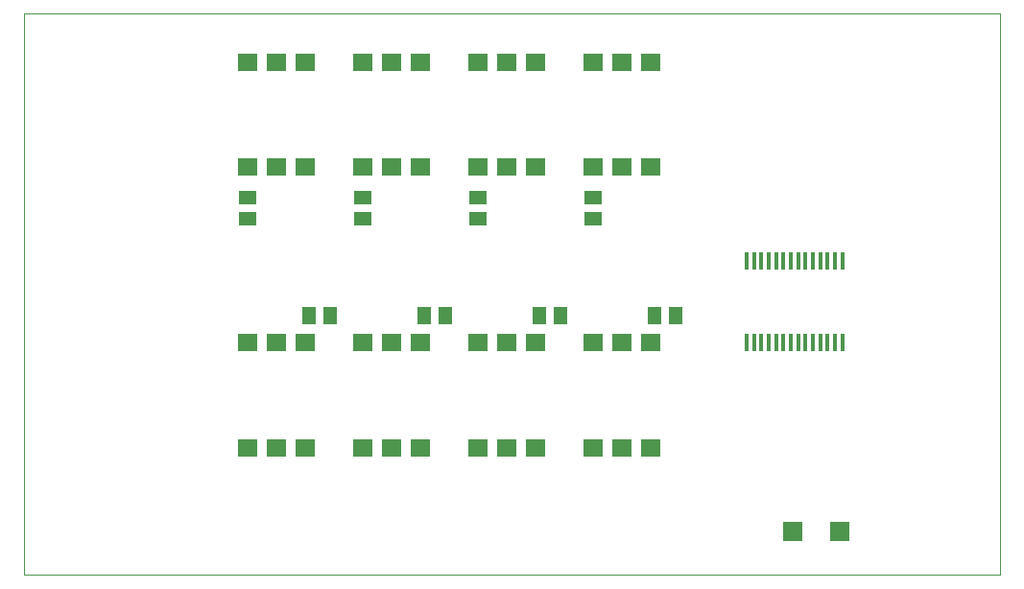
<source format=gtp>
G75*
%MOIN*%
%OFA0B0*%
%FSLAX25Y25*%
%IPPOS*%
%LPD*%
%AMOC8*
5,1,8,0,0,1.08239X$1,22.5*
%
%ADD10C,0.00000*%
%ADD11R,0.07087X0.06693*%
%ADD12R,0.01575X0.05906*%
%ADD13R,0.07008X0.05984*%
%ADD14R,0.05906X0.05118*%
%ADD15R,0.05118X0.05906*%
D10*
X0001000Y0001000D02*
X0001000Y0195961D01*
X0339701Y0195961D01*
X0339701Y0001000D01*
X0001000Y0001000D01*
D11*
X0267929Y0016000D03*
X0284071Y0016000D03*
D12*
X0285134Y0081728D03*
X0282575Y0081728D03*
X0280016Y0081728D03*
X0277457Y0081728D03*
X0274898Y0081728D03*
X0272339Y0081728D03*
X0269780Y0081728D03*
X0267220Y0081728D03*
X0264661Y0081728D03*
X0262102Y0081728D03*
X0259543Y0081728D03*
X0256984Y0081728D03*
X0254425Y0081728D03*
X0251866Y0081728D03*
X0251866Y0110272D03*
X0254425Y0110272D03*
X0256984Y0110272D03*
X0259543Y0110272D03*
X0262102Y0110272D03*
X0264661Y0110272D03*
X0267220Y0110272D03*
X0269780Y0110272D03*
X0272339Y0110272D03*
X0274898Y0110272D03*
X0277457Y0110272D03*
X0280016Y0110272D03*
X0282575Y0110272D03*
X0285134Y0110272D03*
D13*
X0218500Y0081787D03*
X0208500Y0081787D03*
X0198500Y0081787D03*
X0178500Y0081787D03*
X0168500Y0081787D03*
X0158500Y0081787D03*
X0138500Y0081787D03*
X0128500Y0081787D03*
X0118500Y0081787D03*
X0098500Y0081787D03*
X0088500Y0081787D03*
X0078500Y0081787D03*
X0078500Y0045213D03*
X0088500Y0045213D03*
X0098500Y0045213D03*
X0118500Y0045213D03*
X0128500Y0045213D03*
X0138500Y0045213D03*
X0158500Y0045213D03*
X0168500Y0045213D03*
X0178500Y0045213D03*
X0198500Y0045213D03*
X0208500Y0045213D03*
X0218500Y0045213D03*
X0218500Y0142713D03*
X0208500Y0142713D03*
X0198500Y0142713D03*
X0178500Y0142713D03*
X0168500Y0142713D03*
X0158500Y0142713D03*
X0138500Y0142713D03*
X0128500Y0142713D03*
X0118500Y0142713D03*
X0098500Y0142713D03*
X0088500Y0142713D03*
X0078500Y0142713D03*
X0078500Y0179287D03*
X0088500Y0179287D03*
X0098500Y0179287D03*
X0118500Y0179287D03*
X0128500Y0179287D03*
X0138500Y0179287D03*
X0158500Y0179287D03*
X0168500Y0179287D03*
X0178500Y0179287D03*
X0198500Y0179287D03*
X0208500Y0179287D03*
X0218500Y0179287D03*
D14*
X0198500Y0132240D03*
X0198500Y0124760D03*
X0158500Y0124760D03*
X0158500Y0132240D03*
X0118500Y0132240D03*
X0118500Y0124760D03*
X0078500Y0124760D03*
X0078500Y0132240D03*
D15*
X0099760Y0091000D03*
X0107240Y0091000D03*
X0139760Y0091000D03*
X0147240Y0091000D03*
X0179760Y0091000D03*
X0187240Y0091000D03*
X0219760Y0091000D03*
X0227240Y0091000D03*
M02*

</source>
